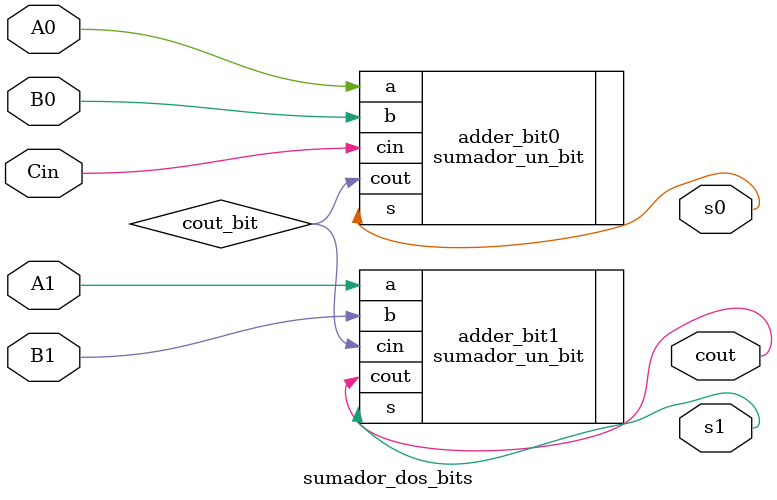
<source format=sv>
`timescale 1ns / 1ps
module sumador_dos_bits(
    input logic A0, B0, A1, B1, Cin,
    output logic s0, s1, cout
    );

    logic cout_bit;

    sumador_un_bit adder_bit0 (.a(A0), .b(B0), .cin(Cin), .s(s0), .cout(cout_bit));
    sumador_un_bit adder_bit1 (.a(A1), .b(B1), .cin(cout_bit), .s(s1), .cout(cout));

endmodule






</source>
